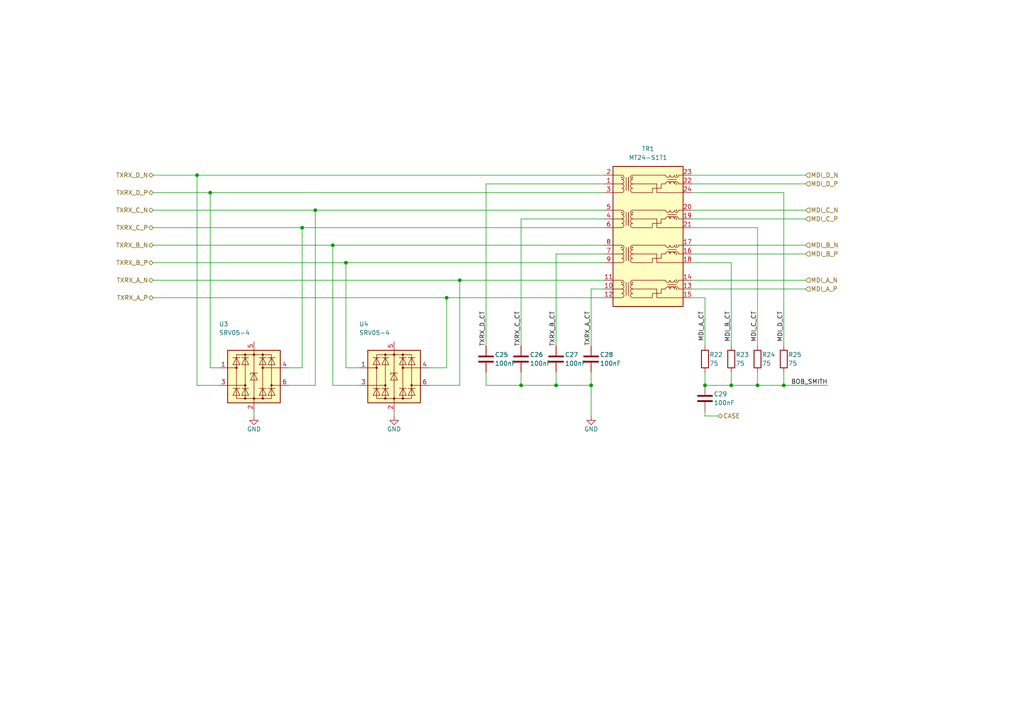
<source format=kicad_sch>
(kicad_sch (version 20211123) (generator eeschema)

  (uuid 450d1083-36e2-4781-a67e-e17dae8af616)

  (paper "A4")

  (lib_symbols
    (symbol "Device:C" (pin_numbers hide) (pin_names (offset 0.254)) (in_bom yes) (on_board yes)
      (property "Reference" "C" (id 0) (at 0.635 2.54 0)
        (effects (font (size 1.27 1.27)) (justify left))
      )
      (property "Value" "C" (id 1) (at 0.635 -2.54 0)
        (effects (font (size 1.27 1.27)) (justify left))
      )
      (property "Footprint" "" (id 2) (at 0.9652 -3.81 0)
        (effects (font (size 1.27 1.27)) hide)
      )
      (property "Datasheet" "~" (id 3) (at 0 0 0)
        (effects (font (size 1.27 1.27)) hide)
      )
      (property "ki_keywords" "cap capacitor" (id 4) (at 0 0 0)
        (effects (font (size 1.27 1.27)) hide)
      )
      (property "ki_description" "Unpolarized capacitor" (id 5) (at 0 0 0)
        (effects (font (size 1.27 1.27)) hide)
      )
      (property "ki_fp_filters" "C_*" (id 6) (at 0 0 0)
        (effects (font (size 1.27 1.27)) hide)
      )
      (symbol "C_0_1"
        (polyline
          (pts
            (xy -2.032 -0.762)
            (xy 2.032 -0.762)
          )
          (stroke (width 0.508) (type default) (color 0 0 0 0))
          (fill (type none))
        )
        (polyline
          (pts
            (xy -2.032 0.762)
            (xy 2.032 0.762)
          )
          (stroke (width 0.508) (type default) (color 0 0 0 0))
          (fill (type none))
        )
      )
      (symbol "C_1_1"
        (pin passive line (at 0 3.81 270) (length 2.794)
          (name "~" (effects (font (size 1.27 1.27))))
          (number "1" (effects (font (size 1.27 1.27))))
        )
        (pin passive line (at 0 -3.81 90) (length 2.794)
          (name "~" (effects (font (size 1.27 1.27))))
          (number "2" (effects (font (size 1.27 1.27))))
        )
      )
    )
    (symbol "Device:R" (pin_numbers hide) (pin_names (offset 0)) (in_bom yes) (on_board yes)
      (property "Reference" "R" (id 0) (at 2.032 0 90)
        (effects (font (size 1.27 1.27)))
      )
      (property "Value" "R" (id 1) (at 0 0 90)
        (effects (font (size 1.27 1.27)))
      )
      (property "Footprint" "" (id 2) (at -1.778 0 90)
        (effects (font (size 1.27 1.27)) hide)
      )
      (property "Datasheet" "~" (id 3) (at 0 0 0)
        (effects (font (size 1.27 1.27)) hide)
      )
      (property "ki_keywords" "R res resistor" (id 4) (at 0 0 0)
        (effects (font (size 1.27 1.27)) hide)
      )
      (property "ki_description" "Resistor" (id 5) (at 0 0 0)
        (effects (font (size 1.27 1.27)) hide)
      )
      (property "ki_fp_filters" "R_*" (id 6) (at 0 0 0)
        (effects (font (size 1.27 1.27)) hide)
      )
      (symbol "R_0_1"
        (rectangle (start -1.016 -2.54) (end 1.016 2.54)
          (stroke (width 0.254) (type default) (color 0 0 0 0))
          (fill (type none))
        )
      )
      (symbol "R_1_1"
        (pin passive line (at 0 3.81 270) (length 1.27)
          (name "~" (effects (font (size 1.27 1.27))))
          (number "1" (effects (font (size 1.27 1.27))))
        )
        (pin passive line (at 0 -3.81 90) (length 1.27)
          (name "~" (effects (font (size 1.27 1.27))))
          (number "2" (effects (font (size 1.27 1.27))))
        )
      )
    )
    (symbol "Power_Protection:USBLC6-4SC6" (pin_names hide) (in_bom yes) (on_board yes)
      (property "Reference" "U" (id 0) (at 2.54 8.89 0)
        (effects (font (size 1.27 1.27)) (justify left))
      )
      (property "Value" "USBLC6-4SC6" (id 1) (at 2.54 -8.89 0)
        (effects (font (size 1.27 1.27)) (justify left))
      )
      (property "Footprint" "Package_TO_SOT_SMD:SOT-23-6" (id 2) (at 0 -12.7 0)
        (effects (font (size 1.27 1.27)) hide)
      )
      (property "Datasheet" "https://www.st.com/resource/en/datasheet/usblc6-4.pdf" (id 3) (at 5.08 8.89 0)
        (effects (font (size 1.27 1.27)) hide)
      )
      (property "ki_keywords" "usb ethernet sim card video" (id 4) (at 0 0 0)
        (effects (font (size 1.27 1.27)) hide)
      )
      (property "ki_description" "Very low capacitance ESD protection diode, 4 data-line, SOT-23-6" (id 5) (at 0 0 0)
        (effects (font (size 1.27 1.27)) hide)
      )
      (property "ki_fp_filters" "SOT?23*" (id 6) (at 0 0 0)
        (effects (font (size 1.27 1.27)) hide)
      )
      (symbol "USBLC6-4SC6_0_1"
        (rectangle (start -7.62 -7.62) (end 7.62 7.62)
          (stroke (width 0.254) (type default) (color 0 0 0 0))
          (fill (type background))
        )
        (circle (center -5.08 2.54) (radius 0.254)
          (stroke (width 0) (type default) (color 0 0 0 0))
          (fill (type outline))
        )
        (circle (center -2.54 -6.35) (radius 0.254)
          (stroke (width 0) (type default) (color 0 0 0 0))
          (fill (type outline))
        )
        (circle (center -2.54 -2.54) (radius 0.254)
          (stroke (width 0) (type default) (color 0 0 0 0))
          (fill (type outline))
        )
        (circle (center -2.54 6.35) (radius 0.254)
          (stroke (width 0) (type default) (color 0 0 0 0))
          (fill (type outline))
        )
        (rectangle (start -2.54 6.35) (end 2.54 -6.35)
          (stroke (width 0) (type default) (color 0 0 0 0))
          (fill (type none))
        )
        (circle (center 0 -6.35) (radius 0.254)
          (stroke (width 0) (type default) (color 0 0 0 0))
          (fill (type outline))
        )
        (polyline
          (pts
            (xy -5.08 2.54)
            (xy -7.62 2.54)
          )
          (stroke (width 0) (type default) (color 0 0 0 0))
          (fill (type none))
        )
        (polyline
          (pts
            (xy -4.064 -3.429)
            (xy -6.096 -3.429)
          )
          (stroke (width 0) (type default) (color 0 0 0 0))
          (fill (type none))
        )
        (polyline
          (pts
            (xy -4.064 5.461)
            (xy -6.096 5.461)
          )
          (stroke (width 0) (type default) (color 0 0 0 0))
          (fill (type none))
        )
        (polyline
          (pts
            (xy -2.54 -2.54)
            (xy -7.62 -2.54)
          )
          (stroke (width 0) (type default) (color 0 0 0 0))
          (fill (type none))
        )
        (polyline
          (pts
            (xy -1.524 -3.429)
            (xy -3.556 -3.429)
          )
          (stroke (width 0) (type default) (color 0 0 0 0))
          (fill (type none))
        )
        (polyline
          (pts
            (xy -1.524 5.461)
            (xy -3.556 5.461)
          )
          (stroke (width 0) (type default) (color 0 0 0 0))
          (fill (type none))
        )
        (polyline
          (pts
            (xy 0 -7.62)
            (xy 0 -6.35)
          )
          (stroke (width 0) (type default) (color 0 0 0 0))
          (fill (type none))
        )
        (polyline
          (pts
            (xy 0 -6.35)
            (xy 0 1.27)
          )
          (stroke (width 0) (type default) (color 0 0 0 0))
          (fill (type none))
        )
        (polyline
          (pts
            (xy 0 1.27)
            (xy 0 6.35)
          )
          (stroke (width 0) (type default) (color 0 0 0 0))
          (fill (type none))
        )
        (polyline
          (pts
            (xy 0 6.35)
            (xy 0 7.62)
          )
          (stroke (width 0) (type default) (color 0 0 0 0))
          (fill (type none))
        )
        (polyline
          (pts
            (xy 1.524 -3.429)
            (xy 3.556 -3.429)
          )
          (stroke (width 0) (type default) (color 0 0 0 0))
          (fill (type none))
        )
        (polyline
          (pts
            (xy 1.524 5.461)
            (xy 3.556 5.461)
          )
          (stroke (width 0) (type default) (color 0 0 0 0))
          (fill (type none))
        )
        (polyline
          (pts
            (xy 2.54 2.54)
            (xy 7.62 2.54)
          )
          (stroke (width 0) (type default) (color 0 0 0 0))
          (fill (type none))
        )
        (polyline
          (pts
            (xy 4.064 -3.429)
            (xy 6.096 -3.429)
          )
          (stroke (width 0) (type default) (color 0 0 0 0))
          (fill (type none))
        )
        (polyline
          (pts
            (xy 4.064 5.461)
            (xy 6.096 5.461)
          )
          (stroke (width 0) (type default) (color 0 0 0 0))
          (fill (type none))
        )
        (polyline
          (pts
            (xy 5.08 -2.54)
            (xy 7.62 -2.54)
          )
          (stroke (width 0) (type default) (color 0 0 0 0))
          (fill (type none))
        )
        (polyline
          (pts
            (xy -6.096 -5.461)
            (xy -4.064 -5.461)
            (xy -5.08 -3.429)
            (xy -6.096 -5.461)
          )
          (stroke (width 0) (type default) (color 0 0 0 0))
          (fill (type none))
        )
        (polyline
          (pts
            (xy -6.096 3.429)
            (xy -4.064 3.429)
            (xy -5.08 5.461)
            (xy -6.096 3.429)
          )
          (stroke (width 0) (type default) (color 0 0 0 0))
          (fill (type none))
        )
        (polyline
          (pts
            (xy -3.556 -5.461)
            (xy -1.524 -5.461)
            (xy -2.54 -3.429)
            (xy -3.556 -5.461)
          )
          (stroke (width 0) (type default) (color 0 0 0 0))
          (fill (type none))
        )
        (polyline
          (pts
            (xy -3.556 3.429)
            (xy -1.524 3.429)
            (xy -2.54 5.461)
            (xy -3.556 3.429)
          )
          (stroke (width 0) (type default) (color 0 0 0 0))
          (fill (type none))
        )
        (polyline
          (pts
            (xy -2.54 6.35)
            (xy -5.08 6.35)
            (xy -5.08 -6.35)
            (xy -2.54 -6.35)
          )
          (stroke (width 0) (type default) (color 0 0 0 0))
          (fill (type none))
        )
        (polyline
          (pts
            (xy -1.016 -1.016)
            (xy 1.016 -1.016)
            (xy 0 1.016)
            (xy -1.016 -1.016)
          )
          (stroke (width 0) (type default) (color 0 0 0 0))
          (fill (type none))
        )
        (polyline
          (pts
            (xy 1.016 1.016)
            (xy 0.762 1.016)
            (xy -1.016 1.016)
            (xy -1.016 0.508)
          )
          (stroke (width 0) (type default) (color 0 0 0 0))
          (fill (type none))
        )
        (polyline
          (pts
            (xy 2.54 6.35)
            (xy 5.08 6.35)
            (xy 5.08 -6.35)
            (xy 2.54 -6.35)
          )
          (stroke (width 0) (type default) (color 0 0 0 0))
          (fill (type none))
        )
        (polyline
          (pts
            (xy 3.556 -5.461)
            (xy 1.524 -5.461)
            (xy 2.54 -3.429)
            (xy 3.556 -5.461)
          )
          (stroke (width 0) (type default) (color 0 0 0 0))
          (fill (type none))
        )
        (polyline
          (pts
            (xy 3.556 3.429)
            (xy 1.524 3.429)
            (xy 2.54 5.461)
            (xy 3.556 3.429)
          )
          (stroke (width 0) (type default) (color 0 0 0 0))
          (fill (type none))
        )
        (polyline
          (pts
            (xy 6.096 -5.461)
            (xy 4.064 -5.461)
            (xy 5.08 -3.429)
            (xy 6.096 -5.461)
          )
          (stroke (width 0) (type default) (color 0 0 0 0))
          (fill (type none))
        )
        (polyline
          (pts
            (xy 6.096 3.429)
            (xy 4.064 3.429)
            (xy 5.08 5.461)
            (xy 6.096 3.429)
          )
          (stroke (width 0) (type default) (color 0 0 0 0))
          (fill (type none))
        )
        (circle (center 0 6.35) (radius 0.254)
          (stroke (width 0) (type default) (color 0 0 0 0))
          (fill (type outline))
        )
        (circle (center 2.54 -6.35) (radius 0.254)
          (stroke (width 0) (type default) (color 0 0 0 0))
          (fill (type outline))
        )
        (circle (center 2.54 2.54) (radius 0.254)
          (stroke (width 0) (type default) (color 0 0 0 0))
          (fill (type outline))
        )
        (circle (center 2.54 6.35) (radius 0.254)
          (stroke (width 0) (type default) (color 0 0 0 0))
          (fill (type outline))
        )
        (circle (center 5.08 -2.54) (radius 0.254)
          (stroke (width 0) (type default) (color 0 0 0 0))
          (fill (type outline))
        )
      )
      (symbol "USBLC6-4SC6_1_1"
        (pin passive line (at -10.16 2.54 0) (length 2.54)
          (name "I/O1" (effects (font (size 1.27 1.27))))
          (number "1" (effects (font (size 1.27 1.27))))
        )
        (pin passive line (at 0 -10.16 90) (length 2.54)
          (name "GND" (effects (font (size 1.27 1.27))))
          (number "2" (effects (font (size 1.27 1.27))))
        )
        (pin passive line (at -10.16 -2.54 0) (length 2.54)
          (name "I/O2" (effects (font (size 1.27 1.27))))
          (number "3" (effects (font (size 1.27 1.27))))
        )
        (pin passive line (at 10.16 2.54 180) (length 2.54)
          (name "I/O3" (effects (font (size 1.27 1.27))))
          (number "4" (effects (font (size 1.27 1.27))))
        )
        (pin passive line (at 0 10.16 270) (length 2.54)
          (name "VBUS" (effects (font (size 1.27 1.27))))
          (number "5" (effects (font (size 1.27 1.27))))
        )
        (pin passive line (at 10.16 -2.54 180) (length 2.54)
          (name "I/O4" (effects (font (size 1.27 1.27))))
          (number "6" (effects (font (size 1.27 1.27))))
        )
      )
    )
    (symbol "Transformer:TG111-MSC13LF" (pin_names hide) (in_bom yes) (on_board yes)
      (property "Reference" "TR?" (id 0) (at 0 25.4 0)
        (effects (font (size 1.27 1.27)))
      )
      (property "Value" "TG111-MSC13LF" (id 1) (at 0 22.86 0)
        (effects (font (size 1.27 1.27)))
      )
      (property "Footprint" "Transformer_SMD:Transformer_Ethernet_HALO_TG111-MSC13" (id 2) (at 0 21.59 0)
        (effects (font (size 1.27 1.27)) hide)
      )
      (property "Datasheet" "https://www.haloelectronics.com/pdf/discrete-genesus.pdf" (id 3) (at -2.54 -24.13 0)
        (effects (font (size 1.27 1.27)) hide)
      )
      (property "ki_keywords" "Single Port Gigabit Ethernet Transformer" (id 4) (at 0 0 0)
        (effects (font (size 1.27 1.27)) hide)
      )
      (property "ki_description" "Single Port Gigabit Ethernet Transformers" (id 5) (at 0 0 0)
        (effects (font (size 1.27 1.27)) hide)
      )
      (property "ki_fp_filters" "Transformer*Ethernet*HALO*TG111*" (id 6) (at 0 0 0)
        (effects (font (size 1.27 1.27)) hide)
      )
      (symbol "TG111-MSC13LF_0_1"
        (polyline
          (pts
            (xy 10.16 -17.78)
            (xy 8.89 -17.78)
          )
          (stroke (width 0) (type default) (color 0 0 0 0))
          (fill (type none))
        )
        (polyline
          (pts
            (xy 10.16 -15.24)
            (xy 8.89 -15.24)
          )
          (stroke (width 0) (type default) (color 0 0 0 0))
          (fill (type none))
        )
        (polyline
          (pts
            (xy 10.16 -12.7)
            (xy 8.89 -12.7)
          )
          (stroke (width 0) (type default) (color 0 0 0 0))
          (fill (type none))
        )
        (polyline
          (pts
            (xy -2.54 -15.24)
            (xy -2.54 -12.7)
            (xy -10.16 -12.7)
          )
          (stroke (width 0) (type default) (color 0 0 0 0))
          (fill (type none))
        )
        (polyline
          (pts
            (xy -2.54 -5.08)
            (xy -2.54 -2.54)
            (xy -10.16 -2.54)
          )
          (stroke (width 0) (type default) (color 0 0 0 0))
          (fill (type none))
        )
        (polyline
          (pts
            (xy -2.54 5.08)
            (xy -2.54 7.62)
            (xy -10.16 7.62)
          )
          (stroke (width 0) (type default) (color 0 0 0 0))
          (fill (type none))
        )
        (polyline
          (pts
            (xy -2.54 15.24)
            (xy -2.54 17.78)
            (xy -10.16 17.78)
          )
          (stroke (width 0) (type default) (color 0 0 0 0))
          (fill (type none))
        )
        (polyline
          (pts
            (xy -1.27 -12.7)
            (xy -1.27 -13.97)
            (xy -3.81 -13.97)
            (xy -3.81 -15.24)
            (xy -5.08 -15.24)
          )
          (stroke (width 0) (type default) (color 0 0 0 0))
          (fill (type none))
        )
        (polyline
          (pts
            (xy -1.27 -2.54)
            (xy -1.27 -3.81)
            (xy -3.81 -3.81)
            (xy -3.81 -5.08)
            (xy -5.08 -5.08)
          )
          (stroke (width 0) (type default) (color 0 0 0 0))
          (fill (type none))
        )
        (polyline
          (pts
            (xy -1.27 7.62)
            (xy -1.27 6.35)
            (xy -3.81 6.35)
            (xy -3.81 5.08)
            (xy -5.08 5.08)
          )
          (stroke (width 0) (type default) (color 0 0 0 0))
          (fill (type none))
        )
        (polyline
          (pts
            (xy -1.27 17.78)
            (xy -1.27 16.51)
            (xy -3.81 16.51)
            (xy -3.81 15.24)
            (xy -5.08 15.24)
          )
          (stroke (width 0) (type default) (color 0 0 0 0))
          (fill (type none))
        )
        (rectangle (start 10.16 20.32) (end -10.16 -20.32)
          (stroke (width 0.254) (type default) (color 0 0 0 0))
          (fill (type background))
        )
        (pin passive line (at 12.7 -15.24 180) (length 2.54)
          (name "TCT1" (effects (font (size 1.27 1.27))))
          (number "1" (effects (font (size 1.27 1.27))))
        )
        (pin passive line (at 12.7 15.24 180) (length 2.54)
          (name "TCT4" (effects (font (size 1.27 1.27))))
          (number "10" (effects (font (size 1.27 1.27))))
        )
        (pin passive line (at 12.7 12.7 180) (length 2.54)
          (name "TD4+" (effects (font (size 1.27 1.27))))
          (number "11" (effects (font (size 1.27 1.27))))
        )
        (pin passive line (at 12.7 17.78 180) (length 2.54)
          (name "TD4-" (effects (font (size 1.27 1.27))))
          (number "12" (effects (font (size 1.27 1.27))))
        )
        (pin passive line (at -12.7 15.24 0) (length 2.54)
          (name "MX4-" (effects (font (size 1.27 1.27))))
          (number "13" (effects (font (size 1.27 1.27))))
        )
        (pin passive line (at -12.7 12.7 0) (length 2.54)
          (name "MX4+" (effects (font (size 1.27 1.27))))
          (number "14" (effects (font (size 1.27 1.27))))
        )
        (pin passive line (at -12.7 17.78 0) (length 2.54)
          (name "MCT4" (effects (font (size 1.27 1.27))))
          (number "15" (effects (font (size 1.27 1.27))))
        )
        (pin passive line (at -12.7 5.08 0) (length 2.54)
          (name "MTX3-" (effects (font (size 1.27 1.27))))
          (number "16" (effects (font (size 1.27 1.27))))
        )
        (pin passive line (at -12.7 2.54 0) (length 2.54)
          (name "MTX3+" (effects (font (size 1.27 1.27))))
          (number "17" (effects (font (size 1.27 1.27))))
        )
        (pin passive line (at -12.7 7.62 0) (length 2.54)
          (name "MCT3" (effects (font (size 1.27 1.27))))
          (number "18" (effects (font (size 1.27 1.27))))
        )
        (pin passive line (at -12.7 -5.08 0) (length 2.54)
          (name "MTX2-" (effects (font (size 1.27 1.27))))
          (number "19" (effects (font (size 1.27 1.27))))
        )
        (pin passive line (at 12.7 -17.78 180) (length 2.54)
          (name "TD1+" (effects (font (size 1.27 1.27))))
          (number "2" (effects (font (size 1.27 1.27))))
        )
        (pin passive line (at -12.7 -7.62 0) (length 2.54)
          (name "MTX2+" (effects (font (size 1.27 1.27))))
          (number "20" (effects (font (size 1.27 1.27))))
        )
        (pin passive line (at -12.7 -2.54 0) (length 2.54)
          (name "MCT2" (effects (font (size 1.27 1.27))))
          (number "21" (effects (font (size 1.27 1.27))))
        )
        (pin passive line (at -12.7 -15.24 0) (length 2.54)
          (name "MTX1-" (effects (font (size 1.27 1.27))))
          (number "22" (effects (font (size 1.27 1.27))))
        )
        (pin passive line (at -12.7 -17.78 0) (length 2.54)
          (name "MTX1+" (effects (font (size 1.27 1.27))))
          (number "23" (effects (font (size 1.27 1.27))))
        )
        (pin passive line (at -12.7 -12.7 0) (length 2.54)
          (name "MTC1" (effects (font (size 1.27 1.27))))
          (number "24" (effects (font (size 1.27 1.27))))
        )
        (pin passive line (at 12.7 -12.7 180) (length 2.54)
          (name "TD1-" (effects (font (size 1.27 1.27))))
          (number "3" (effects (font (size 1.27 1.27))))
        )
        (pin passive line (at 12.7 -5.08 180) (length 2.54)
          (name "TCT2" (effects (font (size 1.27 1.27))))
          (number "4" (effects (font (size 1.27 1.27))))
        )
        (pin passive line (at 12.7 -7.62 180) (length 2.54)
          (name "TD2+" (effects (font (size 1.27 1.27))))
          (number "5" (effects (font (size 1.27 1.27))))
        )
        (pin passive line (at 12.7 -2.54 180) (length 2.54)
          (name "TD2-" (effects (font (size 1.27 1.27))))
          (number "6" (effects (font (size 1.27 1.27))))
        )
        (pin passive line (at 12.7 5.08 180) (length 2.54)
          (name "TCT3" (effects (font (size 1.27 1.27))))
          (number "7" (effects (font (size 1.27 1.27))))
        )
        (pin passive line (at 12.7 2.54 180) (length 2.54)
          (name "TD3+" (effects (font (size 1.27 1.27))))
          (number "8" (effects (font (size 1.27 1.27))))
        )
        (pin passive line (at 12.7 7.62 180) (length 2.54)
          (name "TD3-" (effects (font (size 1.27 1.27))))
          (number "9" (effects (font (size 1.27 1.27))))
        )
      )
      (symbol "TG111-MSC13LF_1_1"
        (arc (start -8.89 -15.24) (mid -8.255 -15.875) (end -7.62 -15.24)
          (stroke (width 0) (type default) (color 0 0 0 0))
          (fill (type none))
        )
        (arc (start -8.89 -5.08) (mid -8.255 -5.715) (end -7.62 -5.08)
          (stroke (width 0) (type default) (color 0 0 0 0))
          (fill (type none))
        )
        (arc (start -8.89 5.08) (mid -8.255 4.445) (end -7.62 5.08)
          (stroke (width 0) (type default) (color 0 0 0 0))
          (fill (type none))
        )
        (arc (start -8.89 15.24) (mid -8.255 14.605) (end -7.62 15.24)
          (stroke (width 0) (type default) (color 0 0 0 0))
          (fill (type none))
        )
        (circle (center -8.255 -17.78) (radius 0.127)
          (stroke (width 0) (type default) (color 0 0 0 0))
          (fill (type none))
        )
        (circle (center -8.255 -15.24) (radius 0.127)
          (stroke (width 0) (type default) (color 0 0 0 0))
          (fill (type none))
        )
        (circle (center -8.255 -7.62) (radius 0.127)
          (stroke (width 0) (type default) (color 0 0 0 0))
          (fill (type none))
        )
        (circle (center -8.255 -5.08) (radius 0.127)
          (stroke (width 0) (type default) (color 0 0 0 0))
          (fill (type none))
        )
        (circle (center -8.255 2.54) (radius 0.127)
          (stroke (width 0) (type default) (color 0 0 0 0))
          (fill (type none))
        )
        (circle (center -8.255 5.08) (radius 0.127)
          (stroke (width 0) (type default) (color 0 0 0 0))
          (fill (type none))
        )
        (circle (center -8.255 12.7) (radius 0.127)
          (stroke (width 0) (type default) (color 0 0 0 0))
          (fill (type none))
        )
        (circle (center -8.255 15.24) (radius 0.127)
          (stroke (width 0) (type default) (color 0 0 0 0))
          (fill (type none))
        )
        (arc (start -7.62 -17.78) (mid -8.255 -17.145) (end -8.89 -17.78)
          (stroke (width 0) (type default) (color 0 0 0 0))
          (fill (type none))
        )
        (arc (start -7.62 -15.24) (mid -6.985 -15.875) (end -6.35 -15.24)
          (stroke (width 0) (type default) (color 0 0 0 0))
          (fill (type none))
        )
        (arc (start -7.62 -7.62) (mid -8.255 -6.985) (end -8.89 -7.62)
          (stroke (width 0) (type default) (color 0 0 0 0))
          (fill (type none))
        )
        (arc (start -7.62 -5.08) (mid -6.985 -5.715) (end -6.35 -5.08)
          (stroke (width 0) (type default) (color 0 0 0 0))
          (fill (type none))
        )
        (arc (start -7.62 2.54) (mid -8.255 3.175) (end -8.89 2.54)
          (stroke (width 0) (type default) (color 0 0 0 0))
          (fill (type none))
        )
        (arc (start -7.62 5.08) (mid -6.985 4.445) (end -6.35 5.08)
          (stroke (width 0) (type default) (color 0 0 0 0))
          (fill (type none))
        )
        (arc (start -7.62 12.7) (mid -8.255 13.335) (end -8.89 12.7)
          (stroke (width 0) (type default) (color 0 0 0 0))
          (fill (type none))
        )
        (arc (start -7.62 15.24) (mid -6.985 14.605) (end -6.35 15.24)
          (stroke (width 0) (type default) (color 0 0 0 0))
          (fill (type none))
        )
        (arc (start -6.35 -17.78) (mid -6.985 -17.145) (end -7.62 -17.78)
          (stroke (width 0) (type default) (color 0 0 0 0))
          (fill (type none))
        )
        (arc (start -6.35 -15.24) (mid -5.715 -15.875) (end -5.08 -15.24)
          (stroke (width 0) (type default) (color 0 0 0 0))
          (fill (type none))
        )
        (arc (start -6.35 -7.62) (mid -6.985 -6.985) (end -7.62 -7.62)
          (stroke (width 0) (type default) (color 0 0 0 0))
          (fill (type none))
        )
        (arc (start -6.35 -5.08) (mid -5.715 -5.715) (end -5.08 -5.08)
          (stroke (width 0) (type default) (color 0 0 0 0))
          (fill (type none))
        )
        (arc (start -6.35 2.54) (mid -6.985 3.175) (end -7.62 2.54)
          (stroke (width 0) (type default) (color 0 0 0 0))
          (fill (type none))
        )
        (arc (start -6.35 5.08) (mid -5.715 4.445) (end -5.08 5.08)
          (stroke (width 0) (type default) (color 0 0 0 0))
          (fill (type none))
        )
        (arc (start -6.35 12.7) (mid -6.985 13.335) (end -7.62 12.7)
          (stroke (width 0) (type default) (color 0 0 0 0))
          (fill (type none))
        )
        (arc (start -6.35 15.24) (mid -5.715 14.605) (end -5.08 15.24)
          (stroke (width 0) (type default) (color 0 0 0 0))
          (fill (type none))
        )
        (arc (start -5.08 -17.78) (mid -5.715 -17.145) (end -6.35 -17.78)
          (stroke (width 0) (type default) (color 0 0 0 0))
          (fill (type none))
        )
        (arc (start -5.08 -7.62) (mid -5.715 -6.985) (end -6.35 -7.62)
          (stroke (width 0) (type default) (color 0 0 0 0))
          (fill (type none))
        )
        (arc (start -5.08 2.54) (mid -5.715 3.175) (end -6.35 2.54)
          (stroke (width 0) (type default) (color 0 0 0 0))
          (fill (type none))
        )
        (arc (start -5.08 12.7) (mid -5.715 13.335) (end -6.35 12.7)
          (stroke (width 0) (type default) (color 0 0 0 0))
          (fill (type none))
        )
        (polyline
          (pts
            (xy -10.16 -17.78)
            (xy -8.89 -17.78)
          )
          (stroke (width 0) (type default) (color 0 0 0 0))
          (fill (type none))
        )
        (polyline
          (pts
            (xy -10.16 -15.24)
            (xy -8.89 -15.24)
          )
          (stroke (width 0) (type default) (color 0 0 0 0))
          (fill (type none))
        )
        (polyline
          (pts
            (xy -10.16 -7.62)
            (xy -8.89 -7.62)
          )
          (stroke (width 0) (type default) (color 0 0 0 0))
          (fill (type none))
        )
        (polyline
          (pts
            (xy -10.16 -5.08)
            (xy -8.89 -5.08)
          )
          (stroke (width 0) (type default) (color 0 0 0 0))
          (fill (type none))
        )
        (polyline
          (pts
            (xy -10.16 2.54)
            (xy -8.89 2.54)
          )
          (stroke (width 0) (type default) (color 0 0 0 0))
          (fill (type none))
        )
        (polyline
          (pts
            (xy -10.16 5.08)
            (xy -8.89 5.08)
          )
          (stroke (width 0) (type default) (color 0 0 0 0))
          (fill (type none))
        )
        (polyline
          (pts
            (xy -10.16 12.7)
            (xy -8.89 12.7)
          )
          (stroke (width 0) (type default) (color 0 0 0 0))
          (fill (type none))
        )
        (polyline
          (pts
            (xy -10.16 15.24)
            (xy -8.89 15.24)
          )
          (stroke (width 0) (type default) (color 0 0 0 0))
          (fill (type none))
        )
        (polyline
          (pts
            (xy -8.255 -16.51)
            (xy -5.715 -16.51)
          )
          (stroke (width 0) (type default) (color 0 0 0 0))
          (fill (type none))
        )
        (polyline
          (pts
            (xy -8.255 -15.875)
            (xy -5.715 -15.875)
          )
          (stroke (width 0) (type default) (color 0 0 0 0))
          (fill (type none))
        )
        (polyline
          (pts
            (xy -8.255 -6.35)
            (xy -5.715 -6.35)
          )
          (stroke (width 0) (type default) (color 0 0 0 0))
          (fill (type none))
        )
        (polyline
          (pts
            (xy -8.255 -5.715)
            (xy -5.715 -5.715)
          )
          (stroke (width 0) (type default) (color 0 0 0 0))
          (fill (type none))
        )
        (polyline
          (pts
            (xy -8.255 3.81)
            (xy -5.715 3.81)
          )
          (stroke (width 0) (type default) (color 0 0 0 0))
          (fill (type none))
        )
        (polyline
          (pts
            (xy -8.255 4.445)
            (xy -5.715 4.445)
          )
          (stroke (width 0) (type default) (color 0 0 0 0))
          (fill (type none))
        )
        (polyline
          (pts
            (xy -8.255 13.97)
            (xy -5.715 13.97)
          )
          (stroke (width 0) (type default) (color 0 0 0 0))
          (fill (type none))
        )
        (polyline
          (pts
            (xy -8.255 14.605)
            (xy -5.715 14.605)
          )
          (stroke (width 0) (type default) (color 0 0 0 0))
          (fill (type none))
        )
        (polyline
          (pts
            (xy -5.08 -17.78)
            (xy 4.445 -17.78)
          )
          (stroke (width 0) (type default) (color 0 0 0 0))
          (fill (type none))
        )
        (polyline
          (pts
            (xy -5.08 -7.62)
            (xy 4.445 -7.62)
          )
          (stroke (width 0) (type default) (color 0 0 0 0))
          (fill (type none))
        )
        (polyline
          (pts
            (xy -5.08 2.54)
            (xy 4.445 2.54)
          )
          (stroke (width 0) (type default) (color 0 0 0 0))
          (fill (type none))
        )
        (polyline
          (pts
            (xy -5.08 12.7)
            (xy 4.445 12.7)
          )
          (stroke (width 0) (type default) (color 0 0 0 0))
          (fill (type none))
        )
        (polyline
          (pts
            (xy -2.54 -15.24)
            (xy 4.445 -15.24)
          )
          (stroke (width 0) (type default) (color 0 0 0 0))
          (fill (type none))
        )
        (polyline
          (pts
            (xy -2.54 -5.08)
            (xy 4.445 -5.08)
          )
          (stroke (width 0) (type default) (color 0 0 0 0))
          (fill (type none))
        )
        (polyline
          (pts
            (xy -2.54 5.08)
            (xy 4.445 5.08)
          )
          (stroke (width 0) (type default) (color 0 0 0 0))
          (fill (type none))
        )
        (polyline
          (pts
            (xy -2.54 15.24)
            (xy 4.445 15.24)
          )
          (stroke (width 0) (type default) (color 0 0 0 0))
          (fill (type none))
        )
        (polyline
          (pts
            (xy -1.27 -12.7)
            (xy 4.445 -12.7)
          )
          (stroke (width 0) (type default) (color 0 0 0 0))
          (fill (type none))
        )
        (polyline
          (pts
            (xy -1.27 -2.54)
            (xy 4.445 -2.54)
          )
          (stroke (width 0) (type default) (color 0 0 0 0))
          (fill (type none))
        )
        (polyline
          (pts
            (xy -1.27 7.62)
            (xy 4.445 7.62)
          )
          (stroke (width 0) (type default) (color 0 0 0 0))
          (fill (type none))
        )
        (polyline
          (pts
            (xy -1.27 17.78)
            (xy 4.445 17.78)
          )
          (stroke (width 0) (type default) (color 0 0 0 0))
          (fill (type none))
        )
        (polyline
          (pts
            (xy 5.715 -13.335)
            (xy 5.715 -17.145)
          )
          (stroke (width 0) (type default) (color 0 0 0 0))
          (fill (type none))
        )
        (polyline
          (pts
            (xy 5.715 -13.335)
            (xy 5.715 -17.145)
          )
          (stroke (width 0) (type default) (color 0 0 0 0))
          (fill (type none))
        )
        (polyline
          (pts
            (xy 5.715 -3.175)
            (xy 5.715 -6.985)
          )
          (stroke (width 0) (type default) (color 0 0 0 0))
          (fill (type none))
        )
        (polyline
          (pts
            (xy 5.715 -3.175)
            (xy 5.715 -6.985)
          )
          (stroke (width 0) (type default) (color 0 0 0 0))
          (fill (type none))
        )
        (polyline
          (pts
            (xy 5.715 6.985)
            (xy 5.715 3.175)
          )
          (stroke (width 0) (type default) (color 0 0 0 0))
          (fill (type none))
        )
        (polyline
          (pts
            (xy 5.715 6.985)
            (xy 5.715 3.175)
          )
          (stroke (width 0) (type default) (color 0 0 0 0))
          (fill (type none))
        )
        (polyline
          (pts
            (xy 5.715 17.145)
            (xy 5.715 13.335)
          )
          (stroke (width 0) (type default) (color 0 0 0 0))
          (fill (type none))
        )
        (polyline
          (pts
            (xy 6.35 -13.335)
            (xy 6.35 -17.145)
          )
          (stroke (width 0) (type default) (color 0 0 0 0))
          (fill (type none))
        )
        (polyline
          (pts
            (xy 6.35 -3.175)
            (xy 6.35 -6.985)
          )
          (stroke (width 0) (type default) (color 0 0 0 0))
          (fill (type none))
        )
        (polyline
          (pts
            (xy 6.35 6.985)
            (xy 6.35 3.175)
          )
          (stroke (width 0) (type default) (color 0 0 0 0))
          (fill (type none))
        )
        (polyline
          (pts
            (xy 6.35 17.145)
            (xy 6.35 13.335)
          )
          (stroke (width 0) (type default) (color 0 0 0 0))
          (fill (type none))
        )
        (polyline
          (pts
            (xy 8.89 -17.78)
            (xy 7.62 -17.78)
          )
          (stroke (width 0) (type default) (color 0 0 0 0))
          (fill (type none))
        )
        (polyline
          (pts
            (xy 8.89 -15.24)
            (xy 7.62 -15.24)
          )
          (stroke (width 0) (type default) (color 0 0 0 0))
          (fill (type none))
        )
        (polyline
          (pts
            (xy 8.89 -12.7)
            (xy 7.62 -12.7)
          )
          (stroke (width 0) (type default) (color 0 0 0 0))
          (fill (type none))
        )
        (polyline
          (pts
            (xy 8.89 -7.62)
            (xy 7.62 -7.62)
          )
          (stroke (width 0) (type default) (color 0 0 0 0))
          (fill (type none))
        )
        (polyline
          (pts
            (xy 8.89 -5.08)
            (xy 7.62 -5.08)
          )
          (stroke (width 0) (type default) (color 0 0 0 0))
          (fill (type none))
        )
        (polyline
          (pts
            (xy 8.89 -2.54)
            (xy 7.62 -2.54)
          )
          (stroke (width 0) (type default) (color 0 0 0 0))
          (fill (type none))
        )
        (polyline
          (pts
            (xy 8.89 2.54)
            (xy 7.62 2.54)
          )
          (stroke (width 0) (type default) (color 0 0 0 0))
          (fill (type none))
        )
        (polyline
          (pts
            (xy 8.89 5.08)
            (xy 7.62 5.08)
          )
          (stroke (width 0) (type default) (color 0 0 0 0))
          (fill (type none))
        )
        (polyline
          (pts
            (xy 8.89 7.62)
            (xy 7.62 7.62)
          )
          (stroke (width 0) (type default) (color 0 0 0 0))
          (fill (type none))
        )
        (polyline
          (pts
            (xy 8.89 12.7)
            (xy 7.62 12.7)
          )
          (stroke (width 0) (type default) (color 0 0 0 0))
          (fill (type none))
        )
        (polyline
          (pts
            (xy 8.89 15.24)
            (xy 7.62 15.24)
          )
          (stroke (width 0) (type default) (color 0 0 0 0))
          (fill (type none))
        )
        (polyline
          (pts
            (xy 8.89 17.78)
            (xy 7.62 17.78)
          )
          (stroke (width 0) (type default) (color 0 0 0 0))
          (fill (type none))
        )
        (polyline
          (pts
            (xy 10.16 -7.62)
            (xy 8.89 -7.62)
          )
          (stroke (width 0) (type default) (color 0 0 0 0))
          (fill (type none))
        )
        (polyline
          (pts
            (xy 10.16 -5.08)
            (xy 8.89 -5.08)
          )
          (stroke (width 0) (type default) (color 0 0 0 0))
          (fill (type none))
        )
        (polyline
          (pts
            (xy 10.16 -2.54)
            (xy 8.89 -2.54)
          )
          (stroke (width 0) (type default) (color 0 0 0 0))
          (fill (type none))
        )
        (polyline
          (pts
            (xy 10.16 2.54)
            (xy 8.89 2.54)
          )
          (stroke (width 0) (type default) (color 0 0 0 0))
          (fill (type none))
        )
        (polyline
          (pts
            (xy 10.16 5.08)
            (xy 8.89 5.08)
          )
          (stroke (width 0) (type default) (color 0 0 0 0))
          (fill (type none))
        )
        (polyline
          (pts
            (xy 10.16 7.62)
            (xy 8.89 7.62)
          )
          (stroke (width 0) (type default) (color 0 0 0 0))
          (fill (type none))
        )
        (polyline
          (pts
            (xy 10.16 12.7)
            (xy 8.89 12.7)
          )
          (stroke (width 0) (type default) (color 0 0 0 0))
          (fill (type none))
        )
        (polyline
          (pts
            (xy 10.16 15.24)
            (xy 8.89 15.24)
          )
          (stroke (width 0) (type default) (color 0 0 0 0))
          (fill (type none))
        )
        (polyline
          (pts
            (xy 10.16 17.78)
            (xy 8.89 17.78)
          )
          (stroke (width 0) (type default) (color 0 0 0 0))
          (fill (type none))
        )
        (arc (start 4.445 -17.78) (mid 5.08 -17.145) (end 4.445 -16.51)
          (stroke (width 0) (type default) (color 0 0 0 0))
          (fill (type none))
        )
        (arc (start 4.445 -16.51) (mid 5.08 -15.875) (end 4.445 -15.24)
          (stroke (width 0) (type default) (color 0 0 0 0))
          (fill (type none))
        )
        (arc (start 4.445 -15.24) (mid 5.08 -14.605) (end 4.445 -13.97)
          (stroke (width 0) (type default) (color 0 0 0 0))
          (fill (type none))
        )
        (arc (start 4.445 -13.97) (mid 5.08 -13.335) (end 4.445 -12.7)
          (stroke (width 0) (type default) (color 0 0 0 0))
          (fill (type none))
        )
        (arc (start 4.445 -7.62) (mid 5.08 -6.985) (end 4.445 -6.35)
          (stroke (width 0) (type default) (color 0 0 0 0))
          (fill (type none))
        )
        (arc (start 4.445 -6.35) (mid 5.08 -5.715) (end 4.445 -5.08)
          (stroke (width 0) (type default) (color 0 0 0 0))
          (fill (type none))
        )
        (arc (start 4.445 -5.08) (mid 5.08 -4.445) (end 4.445 -3.81)
          (stroke (width 0) (type default) (color 0 0 0 0))
          (fill (type none))
        )
        (arc (start 4.445 -3.81) (mid 5.08 -3.175) (end 4.445 -2.54)
          (stroke (width 0) (type default) (color 0 0 0 0))
          (fill (type none))
        )
        (arc (start 4.445 2.54) (mid 5.08 3.175) (end 4.445 3.81)
          (stroke (width 0) (type default) (color 0 0 0 0))
          (fill (type none))
        )
        (arc (start 4.445 3.81) (mid 5.08 4.445) (end 4.445 5.08)
          (stroke (width 0) (type default) (color 0 0 0 0))
          (fill (type none))
        )
        (arc (start 4.445 5.08) (mid 5.08 5.715) (end 4.445 6.35)
          (stroke (width 0) (type default) (color 0 0 0 0))
          (fill (type none))
        )
        (arc (start 4.445 6.35) (mid 5.08 6.985) (end 4.445 7.62)
          (stroke (width 0) (type default) (color 0 0 0 0))
          (fill (type none))
        )
        (arc (start 4.445 12.7) (mid 5.08 13.335) (end 4.445 13.97)
          (stroke (width 0) (type default) (color 0 0 0 0))
          (fill (type none))
        )
        (arc (start 4.445 13.97) (mid 5.08 14.605) (end 4.445 15.24)
          (stroke (width 0) (type default) (color 0 0 0 0))
          (fill (type none))
        )
        (arc (start 4.445 15.24) (mid 5.08 15.875) (end 4.445 16.51)
          (stroke (width 0) (type default) (color 0 0 0 0))
          (fill (type none))
        )
        (arc (start 4.445 16.51) (mid 5.08 17.145) (end 4.445 17.78)
          (stroke (width 0) (type default) (color 0 0 0 0))
          (fill (type none))
        )
        (circle (center 4.572 -17.145) (radius 0.127)
          (stroke (width 0) (type default) (color 0 0 0 0))
          (fill (type none))
        )
        (circle (center 4.572 -6.985) (radius 0.127)
          (stroke (width 0) (type default) (color 0 0 0 0))
          (fill (type none))
        )
        (circle (center 4.572 3.175) (radius 0.127)
          (stroke (width 0) (type default) (color 0 0 0 0))
          (fill (type none))
        )
        (circle (center 4.572 13.335) (radius 0.127)
          (stroke (width 0) (type default) (color 0 0 0 0))
          (fill (type none))
        )
        (circle (center 7.62 -17.145) (radius 0.127)
          (stroke (width 0) (type default) (color 0 0 0 0))
          (fill (type none))
        )
        (arc (start 7.62 -16.51) (mid 6.985 -17.145) (end 7.62 -17.78)
          (stroke (width 0) (type default) (color 0 0 0 0))
          (fill (type none))
        )
        (arc (start 7.62 -15.24) (mid 6.985 -15.875) (end 7.62 -16.51)
          (stroke (width 0) (type default) (color 0 0 0 0))
          (fill (type none))
        )
        (arc (start 7.62 -13.97) (mid 6.985 -14.605) (end 7.62 -15.24)
          (stroke (width 0) (type default) (color 0 0 0 0))
          (fill (type none))
        )
        (arc (start 7.62 -12.7) (mid 6.985 -13.335) (end 7.62 -13.97)
          (stroke (width 0) (type default) (color 0 0 0 0))
          (fill (type none))
        )
        (circle (center 7.62 -6.985) (radius 0.127)
          (stroke (width 0) (type default) (color 0 0 0 0))
          (fill (type none))
        )
        (arc (start 7.62 -6.35) (mid 6.985 -6.985) (end 7.62 -7.62)
          (stroke (width 0) (type default) (color 0 0 0 0))
          (fill (type none))
        )
        (arc (start 7.62 -5.08) (mid 6.985 -5.715) (end 7.62 -6.35)
          (stroke (width 0) (type default) (color 0 0 0 0))
          (fill (type none))
        )
        (arc (start 7.62 -3.81) (mid 6.985 -4.445) (end 7.62 -5.08)
          (stroke (width 0) (type default) (color 0 0 0 0))
          (fill (type none))
        )
        (arc (start 7.62 -2.54) (mid 6.985 -3.175) (end 7.62 -3.81)
          (stroke (width 0) (type default) (color 0 0 0 0))
          (fill (type none))
        )
        (circle (center 7.62 3.175) (radius 0.127)
          (stroke (width 0) (type default) (color 0 0 0 0))
          (fill (type none))
        )
        (arc (start 7.62 3.81) (mid 6.985 3.175) (end 7.62 2.54)
          (stroke (width 0) (type default) (color 0 0 0 0))
          (fill (type none))
        )
        (arc (start 7.62 5.08) (mid 6.985 4.445) (end 7.62 3.81)
          (stroke (width 0) (type default) (color 0 0 0 0))
          (fill (type none))
        )
        (arc (start 7.62 6.35) (mid 6.985 5.715) (end 7.62 5.08)
          (stroke (width 0) (type default) (color 0 0 0 0))
          (fill (type none))
        )
        (arc (start 7.62 7.62) (mid 6.985 6.985) (end 7.62 6.35)
          (stroke (width 0) (type default) (color 0 0 0 0))
          (fill (type none))
        )
        (circle (center 7.62 13.335) (radius 0.127)
          (stroke (width 0) (type default) (color 0 0 0 0))
          (fill (type none))
        )
        (arc (start 7.62 13.97) (mid 6.985 13.335) (end 7.62 12.7)
          (stroke (width 0) (type default) (color 0 0 0 0))
          (fill (type none))
        )
        (arc (start 7.62 15.24) (mid 6.985 14.605) (end 7.62 13.97)
          (stroke (width 0) (type default) (color 0 0 0 0))
          (fill (type none))
        )
        (arc (start 7.62 16.51) (mid 6.985 15.875) (end 7.62 15.24)
          (stroke (width 0) (type default) (color 0 0 0 0))
          (fill (type none))
        )
        (arc (start 7.62 17.78) (mid 6.985 17.145) (end 7.62 16.51)
          (stroke (width 0) (type default) (color 0 0 0 0))
          (fill (type none))
        )
      )
    )
    (symbol "power:GND" (power) (pin_names (offset 0)) (in_bom yes) (on_board yes)
      (property "Reference" "#PWR" (id 0) (at 0 -6.35 0)
        (effects (font (size 1.27 1.27)) hide)
      )
      (property "Value" "GND" (id 1) (at 0 -3.81 0)
        (effects (font (size 1.27 1.27)))
      )
      (property "Footprint" "" (id 2) (at 0 0 0)
        (effects (font (size 1.27 1.27)) hide)
      )
      (property "Datasheet" "" (id 3) (at 0 0 0)
        (effects (font (size 1.27 1.27)) hide)
      )
      (property "ki_keywords" "power-flag" (id 4) (at 0 0 0)
        (effects (font (size 1.27 1.27)) hide)
      )
      (property "ki_description" "Power symbol creates a global label with name \"GND\" , ground" (id 5) (at 0 0 0)
        (effects (font (size 1.27 1.27)) hide)
      )
      (symbol "GND_0_1"
        (polyline
          (pts
            (xy 0 0)
            (xy 0 -1.27)
            (xy 1.27 -1.27)
            (xy 0 -2.54)
            (xy -1.27 -1.27)
            (xy 0 -1.27)
          )
          (stroke (width 0) (type default) (color 0 0 0 0))
          (fill (type none))
        )
      )
      (symbol "GND_1_1"
        (pin power_in line (at 0 0 270) (length 0) hide
          (name "GND" (effects (font (size 1.27 1.27))))
          (number "1" (effects (font (size 1.27 1.27))))
        )
      )
    )
  )

  (junction (at 171.45 111.76) (diameter 0) (color 0 0 0 0)
    (uuid 1e454466-d654-4609-bfed-62bf3cbf2371)
  )
  (junction (at 87.63 66.04) (diameter 0) (color 0 0 0 0)
    (uuid 42cb27c5-1554-47a7-900a-e869d8a9b91f)
  )
  (junction (at 100.33 76.2) (diameter 0) (color 0 0 0 0)
    (uuid 4850a5fe-e5e5-41c9-99fb-41d7111edcdc)
  )
  (junction (at 60.96 55.88) (diameter 0) (color 0 0 0 0)
    (uuid 62aaf667-73d9-4c4c-b04d-809a748d2482)
  )
  (junction (at 227.33 111.76) (diameter 0) (color 0 0 0 0)
    (uuid 673a6d98-0db3-42df-8aff-2f741dd2732b)
  )
  (junction (at 212.09 111.76) (diameter 0) (color 0 0 0 0)
    (uuid 8c10c8b9-7fcd-42ab-88de-befe92693879)
  )
  (junction (at 151.13 111.76) (diameter 0) (color 0 0 0 0)
    (uuid 9baae21e-5ae2-4335-ab95-08755f42ccab)
  )
  (junction (at 219.71 111.76) (diameter 0) (color 0 0 0 0)
    (uuid ae052271-5df3-4f85-82d3-3b5fb21bb835)
  )
  (junction (at 57.15 50.8) (diameter 0) (color 0 0 0 0)
    (uuid b6c6697a-f934-45b6-b34f-ee4615ad1062)
  )
  (junction (at 96.52 71.12) (diameter 0) (color 0 0 0 0)
    (uuid bfe9bb0a-9364-4042-ac3e-404f97cf1b7f)
  )
  (junction (at 133.35 81.28) (diameter 0) (color 0 0 0 0)
    (uuid d590abb4-f77d-40b8-aa63-0bdd3777e7a0)
  )
  (junction (at 204.47 111.76) (diameter 0) (color 0 0 0 0)
    (uuid d88efb4f-8308-49e6-9154-1da2ad8b0e37)
  )
  (junction (at 161.29 111.76) (diameter 0) (color 0 0 0 0)
    (uuid dc28e561-178a-4676-94b8-df72a2cb86a4)
  )
  (junction (at 91.44 60.96) (diameter 0) (color 0 0 0 0)
    (uuid f12fa974-a4c6-433d-9345-226ffc1709d0)
  )
  (junction (at 129.54 86.36) (diameter 0) (color 0 0 0 0)
    (uuid f57b2502-3095-4615-93d0-9eb65ce4050b)
  )

  (wire (pts (xy 151.13 107.95) (xy 151.13 111.76))
    (stroke (width 0) (type default) (color 0 0 0 0))
    (uuid 005ef881-3685-40e4-835d-ae2d4bc49ca0)
  )
  (wire (pts (xy 44.45 66.04) (xy 87.63 66.04))
    (stroke (width 0) (type default) (color 0 0 0 0))
    (uuid 04c6cfda-faf9-4216-bbb1-b68c0f920089)
  )
  (wire (pts (xy 204.47 86.36) (xy 200.66 86.36))
    (stroke (width 0) (type default) (color 0 0 0 0))
    (uuid 09000eaf-4fc7-40d8-ac41-34d7e0fb7155)
  )
  (wire (pts (xy 57.15 50.8) (xy 175.26 50.8))
    (stroke (width 0) (type default) (color 0 0 0 0))
    (uuid 0bc22d24-1e52-400d-abd9-0651050762f6)
  )
  (wire (pts (xy 200.66 71.12) (xy 233.68 71.12))
    (stroke (width 0) (type default) (color 0 0 0 0))
    (uuid 0c119631-2f10-4317-902f-a5139db7aa04)
  )
  (wire (pts (xy 171.45 107.95) (xy 171.45 111.76))
    (stroke (width 0) (type default) (color 0 0 0 0))
    (uuid 11f23e14-f9ea-4a44-9e67-8503292486bb)
  )
  (wire (pts (xy 129.54 86.36) (xy 129.54 106.68))
    (stroke (width 0) (type default) (color 0 0 0 0))
    (uuid 12d4184e-6f5c-4e68-96a5-01917663250a)
  )
  (wire (pts (xy 212.09 111.76) (xy 219.71 111.76))
    (stroke (width 0) (type default) (color 0 0 0 0))
    (uuid 12e7ff69-feab-4182-b274-be12ee0f9850)
  )
  (wire (pts (xy 200.66 83.82) (xy 233.68 83.82))
    (stroke (width 0) (type default) (color 0 0 0 0))
    (uuid 143b495f-b3e4-4e5f-82ad-8036305062c4)
  )
  (wire (pts (xy 73.66 119.38) (xy 73.66 120.65))
    (stroke (width 0) (type default) (color 0 0 0 0))
    (uuid 154c2443-ad2e-4264-aa26-7891ebde53b4)
  )
  (wire (pts (xy 124.46 111.76) (xy 133.35 111.76))
    (stroke (width 0) (type default) (color 0 0 0 0))
    (uuid 166344ad-b949-4eef-8763-12c8368d6c78)
  )
  (wire (pts (xy 204.47 111.76) (xy 212.09 111.76))
    (stroke (width 0) (type default) (color 0 0 0 0))
    (uuid 197ade9f-4abb-43e7-8a3c-c54baa07f544)
  )
  (wire (pts (xy 204.47 120.65) (xy 208.28 120.65))
    (stroke (width 0) (type default) (color 0 0 0 0))
    (uuid 19fcdf4e-f075-4720-bfee-120396289ca6)
  )
  (wire (pts (xy 44.45 60.96) (xy 91.44 60.96))
    (stroke (width 0) (type default) (color 0 0 0 0))
    (uuid 2701a260-d44c-40c0-aba2-0ffd7628fc27)
  )
  (wire (pts (xy 219.71 111.76) (xy 227.33 111.76))
    (stroke (width 0) (type default) (color 0 0 0 0))
    (uuid 2d8ec2bd-b273-4c41-af37-ca65f669ef8c)
  )
  (wire (pts (xy 171.45 100.33) (xy 171.45 83.82))
    (stroke (width 0) (type default) (color 0 0 0 0))
    (uuid 3052daf7-fb69-46cb-a322-28f7c1e59054)
  )
  (wire (pts (xy 219.71 100.33) (xy 219.71 66.04))
    (stroke (width 0) (type default) (color 0 0 0 0))
    (uuid 34855f22-bfbe-445f-a6e7-10056056a2b7)
  )
  (wire (pts (xy 124.46 106.68) (xy 129.54 106.68))
    (stroke (width 0) (type default) (color 0 0 0 0))
    (uuid 371b4873-0e64-4299-bc9d-a9bcc4cde320)
  )
  (wire (pts (xy 140.97 107.95) (xy 140.97 111.76))
    (stroke (width 0) (type default) (color 0 0 0 0))
    (uuid 37a57bdc-fdb0-486c-9a29-d7df3dcd33ad)
  )
  (wire (pts (xy 200.66 60.96) (xy 233.68 60.96))
    (stroke (width 0) (type default) (color 0 0 0 0))
    (uuid 3b930678-19f7-4705-a1f5-8f3ec94f8367)
  )
  (wire (pts (xy 60.96 106.68) (xy 60.96 55.88))
    (stroke (width 0) (type default) (color 0 0 0 0))
    (uuid 3fadb490-6e51-441e-a072-bb55cca25448)
  )
  (wire (pts (xy 140.97 111.76) (xy 151.13 111.76))
    (stroke (width 0) (type default) (color 0 0 0 0))
    (uuid 3feed3cc-9200-4cf0-8308-e16098d165b0)
  )
  (wire (pts (xy 212.09 107.95) (xy 212.09 111.76))
    (stroke (width 0) (type default) (color 0 0 0 0))
    (uuid 459ba456-2e94-4d27-87fb-131ca5bd29ed)
  )
  (wire (pts (xy 96.52 111.76) (xy 96.52 71.12))
    (stroke (width 0) (type default) (color 0 0 0 0))
    (uuid 4745e276-50ad-40cf-8271-03530d4b3814)
  )
  (wire (pts (xy 161.29 100.33) (xy 161.29 73.66))
    (stroke (width 0) (type default) (color 0 0 0 0))
    (uuid 53106daa-d994-4337-bb1b-381cfc6bb567)
  )
  (wire (pts (xy 83.82 111.76) (xy 91.44 111.76))
    (stroke (width 0) (type default) (color 0 0 0 0))
    (uuid 5805cd58-0ab7-4c05-8481-5706fc0ee4b5)
  )
  (wire (pts (xy 227.33 111.76) (xy 227.33 107.95))
    (stroke (width 0) (type default) (color 0 0 0 0))
    (uuid 5f2460ac-47c2-4839-b209-4cddf65b1361)
  )
  (wire (pts (xy 63.5 106.68) (xy 60.96 106.68))
    (stroke (width 0) (type default) (color 0 0 0 0))
    (uuid 5fd4aa6c-9441-46d8-9ca9-5f2d82496cc7)
  )
  (wire (pts (xy 140.97 53.34) (xy 175.26 53.34))
    (stroke (width 0) (type default) (color 0 0 0 0))
    (uuid 625fa2f3-90b0-4515-be34-11278e2c838e)
  )
  (wire (pts (xy 57.15 50.8) (xy 57.15 111.76))
    (stroke (width 0) (type default) (color 0 0 0 0))
    (uuid 66196546-f0b6-4553-bb8c-3b74a2b56286)
  )
  (wire (pts (xy 161.29 107.95) (xy 161.29 111.76))
    (stroke (width 0) (type default) (color 0 0 0 0))
    (uuid 6ebf901f-7f0c-4ac2-a7c1-f649cf46efac)
  )
  (wire (pts (xy 83.82 106.68) (xy 87.63 106.68))
    (stroke (width 0) (type default) (color 0 0 0 0))
    (uuid 74c93b81-b1ab-49c3-96a0-8ad14b153a2a)
  )
  (wire (pts (xy 133.35 81.28) (xy 133.35 111.76))
    (stroke (width 0) (type default) (color 0 0 0 0))
    (uuid 75fa42c8-8c75-4518-ac32-59661703120a)
  )
  (wire (pts (xy 151.13 100.33) (xy 151.13 63.5))
    (stroke (width 0) (type default) (color 0 0 0 0))
    (uuid 76c67fed-3de1-40a9-a5fe-f51662191a25)
  )
  (wire (pts (xy 219.71 107.95) (xy 219.71 111.76))
    (stroke (width 0) (type default) (color 0 0 0 0))
    (uuid 785eb467-bd31-4b68-b366-cc5f88495dd7)
  )
  (wire (pts (xy 100.33 76.2) (xy 100.33 106.68))
    (stroke (width 0) (type default) (color 0 0 0 0))
    (uuid 7883a04c-a657-46b1-a1d5-23d672b62367)
  )
  (wire (pts (xy 161.29 111.76) (xy 151.13 111.76))
    (stroke (width 0) (type default) (color 0 0 0 0))
    (uuid 8264fa40-29af-4b28-a454-14369b226d5d)
  )
  (wire (pts (xy 219.71 66.04) (xy 200.66 66.04))
    (stroke (width 0) (type default) (color 0 0 0 0))
    (uuid 8510de21-5939-4926-9b10-b466af3eda2a)
  )
  (wire (pts (xy 204.47 119.38) (xy 204.47 120.65))
    (stroke (width 0) (type default) (color 0 0 0 0))
    (uuid 8604c091-a26f-4c8a-888f-3ebfa3fb6db5)
  )
  (wire (pts (xy 212.09 100.33) (xy 212.09 76.2))
    (stroke (width 0) (type default) (color 0 0 0 0))
    (uuid 8638e09e-f91e-4f44-bf6f-6106c18719d7)
  )
  (wire (pts (xy 96.52 71.12) (xy 175.26 71.12))
    (stroke (width 0) (type default) (color 0 0 0 0))
    (uuid 876753f5-3cbd-4a90-8b71-00e08555a1df)
  )
  (wire (pts (xy 87.63 66.04) (xy 175.26 66.04))
    (stroke (width 0) (type default) (color 0 0 0 0))
    (uuid 893884a5-ea47-4627-a83a-f7a57e4e791b)
  )
  (wire (pts (xy 104.14 106.68) (xy 100.33 106.68))
    (stroke (width 0) (type default) (color 0 0 0 0))
    (uuid 8db423dd-b2e8-4620-8d54-7a4085b3a210)
  )
  (wire (pts (xy 227.33 111.76) (xy 240.03 111.76))
    (stroke (width 0) (type default) (color 0 0 0 0))
    (uuid 8f8383c9-1754-42af-8a82-422a9c890c10)
  )
  (wire (pts (xy 227.33 55.88) (xy 200.66 55.88))
    (stroke (width 0) (type default) (color 0 0 0 0))
    (uuid 9726870c-dbec-4efd-bdfe-732ab4c3d5e1)
  )
  (wire (pts (xy 171.45 111.76) (xy 171.45 120.65))
    (stroke (width 0) (type default) (color 0 0 0 0))
    (uuid 98825bd2-7368-4e0d-93ff-ab00491623ed)
  )
  (wire (pts (xy 200.66 73.66) (xy 233.68 73.66))
    (stroke (width 0) (type default) (color 0 0 0 0))
    (uuid a101fd62-6ae4-41dd-91e6-aa5095ef2017)
  )
  (wire (pts (xy 44.45 81.28) (xy 133.35 81.28))
    (stroke (width 0) (type default) (color 0 0 0 0))
    (uuid a2cc6848-1a5d-4988-bdb4-293d6c7fc772)
  )
  (wire (pts (xy 200.66 53.34) (xy 233.68 53.34))
    (stroke (width 0) (type default) (color 0 0 0 0))
    (uuid a816649f-c849-4d38-a32e-0cf254c6a7f8)
  )
  (wire (pts (xy 212.09 76.2) (xy 200.66 76.2))
    (stroke (width 0) (type default) (color 0 0 0 0))
    (uuid a8d95e60-db32-4717-815a-0008d134a0e5)
  )
  (wire (pts (xy 204.47 107.95) (xy 204.47 111.76))
    (stroke (width 0) (type default) (color 0 0 0 0))
    (uuid af326d4d-874e-4746-a391-53c34fc82b70)
  )
  (wire (pts (xy 91.44 60.96) (xy 91.44 111.76))
    (stroke (width 0) (type default) (color 0 0 0 0))
    (uuid b0c4829c-b9ca-439e-aca7-0677f65488a8)
  )
  (wire (pts (xy 104.14 111.76) (xy 96.52 111.76))
    (stroke (width 0) (type default) (color 0 0 0 0))
    (uuid b1b58d39-e5e7-4e59-b91c-73557a7c9463)
  )
  (wire (pts (xy 44.45 55.88) (xy 60.96 55.88))
    (stroke (width 0) (type default) (color 0 0 0 0))
    (uuid b2baf12e-2239-4dc8-8fb9-d99d09b84686)
  )
  (wire (pts (xy 171.45 83.82) (xy 175.26 83.82))
    (stroke (width 0) (type default) (color 0 0 0 0))
    (uuid b358a0e3-8347-45e2-a107-f0e2fee959e7)
  )
  (wire (pts (xy 63.5 111.76) (xy 57.15 111.76))
    (stroke (width 0) (type default) (color 0 0 0 0))
    (uuid b73abec0-db87-44ce-b729-ae7d91bfa38a)
  )
  (wire (pts (xy 60.96 55.88) (xy 175.26 55.88))
    (stroke (width 0) (type default) (color 0 0 0 0))
    (uuid c0b00dea-e3d1-4a1b-8391-c3ea9c912844)
  )
  (wire (pts (xy 200.66 63.5) (xy 233.68 63.5))
    (stroke (width 0) (type default) (color 0 0 0 0))
    (uuid c330cea6-3f2e-4a89-9a7a-6c739fdc810f)
  )
  (wire (pts (xy 114.3 119.38) (xy 114.3 120.65))
    (stroke (width 0) (type default) (color 0 0 0 0))
    (uuid c6935b1e-1ecc-46bc-bc11-4f2574665424)
  )
  (wire (pts (xy 133.35 81.28) (xy 175.26 81.28))
    (stroke (width 0) (type default) (color 0 0 0 0))
    (uuid c780c689-d668-4517-8612-80f2f103c78e)
  )
  (wire (pts (xy 91.44 60.96) (xy 175.26 60.96))
    (stroke (width 0) (type default) (color 0 0 0 0))
    (uuid c839bf02-72f3-4de7-b45e-4342a2d9a88a)
  )
  (wire (pts (xy 129.54 86.36) (xy 175.26 86.36))
    (stroke (width 0) (type default) (color 0 0 0 0))
    (uuid cc5ab02f-3d40-442e-ba68-98d0a51690e1)
  )
  (wire (pts (xy 44.45 50.8) (xy 57.15 50.8))
    (stroke (width 0) (type default) (color 0 0 0 0))
    (uuid d2b18f47-c9f5-48b0-9732-771a8e090e5e)
  )
  (wire (pts (xy 161.29 73.66) (xy 175.26 73.66))
    (stroke (width 0) (type default) (color 0 0 0 0))
    (uuid d2d1fd2f-b63d-4f24-90d1-41a54921c54f)
  )
  (wire (pts (xy 44.45 71.12) (xy 96.52 71.12))
    (stroke (width 0) (type default) (color 0 0 0 0))
    (uuid d823a3b5-07cf-4c5c-b785-f688bcbabaaf)
  )
  (wire (pts (xy 171.45 111.76) (xy 161.29 111.76))
    (stroke (width 0) (type default) (color 0 0 0 0))
    (uuid d9788a83-5e2f-45dc-8f36-1cc646d4a36b)
  )
  (wire (pts (xy 87.63 66.04) (xy 87.63 106.68))
    (stroke (width 0) (type default) (color 0 0 0 0))
    (uuid d9c58ccb-e432-45ac-8a69-6069c7b6b9d6)
  )
  (wire (pts (xy 44.45 86.36) (xy 129.54 86.36))
    (stroke (width 0) (type default) (color 0 0 0 0))
    (uuid e2d99a42-5f0b-43a5-9cf6-6ef2060aa4c9)
  )
  (wire (pts (xy 44.45 76.2) (xy 100.33 76.2))
    (stroke (width 0) (type default) (color 0 0 0 0))
    (uuid e7b78832-a4cc-4684-a0a7-9874ebe0bd68)
  )
  (wire (pts (xy 227.33 100.33) (xy 227.33 55.88))
    (stroke (width 0) (type default) (color 0 0 0 0))
    (uuid e9df4def-f6fa-4bd4-aad8-8283b2a92a12)
  )
  (wire (pts (xy 140.97 53.34) (xy 140.97 100.33))
    (stroke (width 0) (type default) (color 0 0 0 0))
    (uuid eef16267-d81c-44aa-9d6a-c21b15324a10)
  )
  (wire (pts (xy 204.47 100.33) (xy 204.47 86.36))
    (stroke (width 0) (type default) (color 0 0 0 0))
    (uuid f2d2a3db-31cd-4d3c-8816-173c58f438f4)
  )
  (wire (pts (xy 100.33 76.2) (xy 175.26 76.2))
    (stroke (width 0) (type default) (color 0 0 0 0))
    (uuid f57d4ab9-f5f8-401b-a738-244e5f45210c)
  )
  (wire (pts (xy 200.66 81.28) (xy 233.68 81.28))
    (stroke (width 0) (type default) (color 0 0 0 0))
    (uuid f5ffbd3a-4751-40bb-bddd-4dbbb8192fe0)
  )
  (wire (pts (xy 151.13 63.5) (xy 175.26 63.5))
    (stroke (width 0) (type default) (color 0 0 0 0))
    (uuid f7e6fc40-fa62-4765-9640-791f59c28836)
  )
  (wire (pts (xy 200.66 50.8) (xy 233.68 50.8))
    (stroke (width 0) (type default) (color 0 0 0 0))
    (uuid f9078fd5-f82d-4ad9-b722-2aecdbf59a78)
  )

  (label "TXRX_C_CT" (at 151.13 90.17 270)
    (effects (font (size 1.27 1.27)) (justify right bottom))
    (uuid 0cbab11c-e59d-405c-b31c-96e62dc4e238)
  )
  (label "MDI_A_CT" (at 204.47 90.17 270)
    (effects (font (size 1.27 1.27)) (justify right bottom))
    (uuid 4f48e6b7-63f8-4c5c-8f8c-2a5a55a7fb98)
  )
  (label "BOB_SMITH" (at 240.03 111.76 180)
    (effects (font (size 1.27 1.27)) (justify right bottom))
    (uuid 548975ab-7ca8-42bc-8d71-0865606b59d7)
  )
  (label "TXRX_D_CT" (at 140.97 90.17 270)
    (effects (font (size 1.27 1.27)) (justify right bottom))
    (uuid b9aabb0d-9531-42e4-a37e-5f7758f63c98)
  )
  (label "TXRX_A_CT" (at 171.45 90.17 270)
    (effects (font (size 1.27 1.27)) (justify right bottom))
    (uuid db3c6897-d3e5-454e-bd8f-f4e2c993779f)
  )
  (label "MDI_B_CT" (at 212.09 90.17 270)
    (effects (font (size 1.27 1.27)) (justify right bottom))
    (uuid e12dcb7c-fa73-4965-a4ec-4ba2a9fc8fce)
  )
  (label "MDI_D_CT" (at 227.33 90.17 270)
    (effects (font (size 1.27 1.27)) (justify right bottom))
    (uuid e1c5efdc-656c-4f60-b6f6-990fcaf09f80)
  )
  (label "TXRX_B_CT" (at 161.29 90.17 270)
    (effects (font (size 1.27 1.27)) (justify right bottom))
    (uuid e85517a0-99f3-431a-872a-4507e6d42449)
  )
  (label "MDI_C_CT" (at 219.71 90.17 270)
    (effects (font (size 1.27 1.27)) (justify right bottom))
    (uuid e9c7bdfa-8d0b-4ab2-af1d-7aba289c82db)
  )

  (hierarchical_label "TXRX_C_N" (shape bidirectional) (at 44.45 60.96 180)
    (effects (font (size 1.27 1.27)) (justify right))
    (uuid 03af6b27-bdac-47af-82f4-fdd04eed4f64)
  )
  (hierarchical_label "TXRX_D_N" (shape bidirectional) (at 44.45 50.8 180)
    (effects (font (size 1.27 1.27)) (justify right))
    (uuid 03c4a282-ce2d-49d6-88b5-12d8d243ba04)
  )
  (hierarchical_label "MDI_A_N" (shape input) (at 233.68 81.28 0)
    (effects (font (size 1.27 1.27)) (justify left))
    (uuid 15a7bd44-11b1-401a-9106-cf4ba1481be1)
  )
  (hierarchical_label "TXRX_B_P" (shape bidirectional) (at 44.45 76.2 180)
    (effects (font (size 1.27 1.27)) (justify right))
    (uuid 62904f0c-82f5-47e0-ae99-0dc42ab163f3)
  )
  (hierarchical_label "TXRX_C_P" (shape bidirectional) (at 44.45 66.04 180)
    (effects (font (size 1.27 1.27)) (justify right))
    (uuid 6a9697dc-e9fd-485f-8526-1192dd986e26)
  )
  (hierarchical_label "MDI_B_P" (shape input) (at 233.68 73.66 0)
    (effects (font (size 1.27 1.27)) (justify left))
    (uuid 9a2c168a-5dd7-488a-b7cb-bcc5c872dca6)
  )
  (hierarchical_label "TXRX_D_P" (shape bidirectional) (at 44.45 55.88 180)
    (effects (font (size 1.27 1.27)) (justify right))
    (uuid 9ba65c76-66ff-4e19-b6f2-7b68d99eba0d)
  )
  (hierarchical_label "CASE" (shape bidirectional) (at 208.28 120.65 0)
    (effects (font (size 1.27 1.27)) (justify left))
    (uuid a61723e0-cc81-459e-9fa4-a41bd9b89ed8)
  )
  (hierarchical_label "MDI_D_N" (shape input) (at 233.68 50.8 0)
    (effects (font (size 1.27 1.27)) (justify left))
    (uuid ab957bd9-72b6-495f-b65f-cd6856871791)
  )
  (hierarchical_label "MDI_A_P" (shape input) (at 233.68 83.82 0)
    (effects (font (size 1.27 1.27)) (justify left))
    (uuid ad2e6604-3b46-46fd-8029-2c0a96758b78)
  )
  (hierarchical_label "MDI_B_N" (shape input) (at 233.68 71.12 0)
    (effects (font (size 1.27 1.27)) (justify left))
    (uuid b815bfc0-e7a6-4e25-a2bd-76dd7d9112a1)
  )
  (hierarchical_label "TXRX_B_N" (shape bidirectional) (at 44.45 71.12 180)
    (effects (font (size 1.27 1.27)) (justify right))
    (uuid c531739f-79d9-491b-9d85-59ca602e58e7)
  )
  (hierarchical_label "MDI_D_P" (shape input) (at 233.68 53.34 0)
    (effects (font (size 1.27 1.27)) (justify left))
    (uuid cc75e363-b1bd-4ee4-938c-7a80a5a4b194)
  )
  (hierarchical_label "TXRX_A_N" (shape bidirectional) (at 44.45 81.28 180)
    (effects (font (size 1.27 1.27)) (justify right))
    (uuid cf400515-d0d6-4d57-88ba-570f81d51c0f)
  )
  (hierarchical_label "MDI_C_P" (shape input) (at 233.68 63.5 0)
    (effects (font (size 1.27 1.27)) (justify left))
    (uuid d8649287-05d1-4f0e-aeb8-7cd87f3f8565)
  )
  (hierarchical_label "MDI_C_N" (shape input) (at 233.68 60.96 0)
    (effects (font (size 1.27 1.27)) (justify left))
    (uuid f150dfac-d18b-47f9-a88c-4f22bacb7ebb)
  )
  (hierarchical_label "TXRX_A_P" (shape bidirectional) (at 44.45 86.36 180)
    (effects (font (size 1.27 1.27)) (justify right))
    (uuid fbdfe512-9ccf-4b28-b6a3-70bf9da8e991)
  )

  (symbol (lib_id "power:GND") (at 73.66 120.65 0) (unit 1)
    (in_bom yes) (on_board yes)
    (uuid 16fd09df-65f4-45ef-b2a7-7ee349452c67)
    (property "Reference" "#PWR0127" (id 0) (at 73.66 127 0)
      (effects (font (size 1.27 1.27)) hide)
    )
    (property "Value" "GND" (id 1) (at 73.66 124.46 0))
    (property "Footprint" "" (id 2) (at 73.66 120.65 0)
      (effects (font (size 1.27 1.27)) hide)
    )
    (property "Datasheet" "" (id 3) (at 73.66 120.65 0)
      (effects (font (size 1.27 1.27)) hide)
    )
    (pin "1" (uuid 2d0e3abd-45e0-4ebb-8f1f-96b28e736f3e))
  )

  (symbol (lib_id "Power_Protection:USBLC6-4SC6") (at 73.66 109.22 0) (unit 1)
    (in_bom yes) (on_board yes)
    (uuid 3905e982-8aa4-4767-b1b1-a5193b13fae5)
    (property "Reference" "U3" (id 0) (at 63.5 93.98 0)
      (effects (font (size 1.27 1.27)) (justify left))
    )
    (property "Value" "SRV05-4" (id 1) (at 63.5 96.52 0)
      (effects (font (size 1.27 1.27)) (justify left))
    )
    (property "Footprint" "Package_TO_SOT_SMD:SOT-23-6" (id 2) (at 73.66 121.92 0)
      (effects (font (size 1.27 1.27)) hide)
    )
    (property "Datasheet" "https://datasheet.lcsc.com/lcsc/1912111437_AnBon-SRV05-4_C397788.pdf" (id 3) (at 78.74 100.33 0)
      (effects (font (size 1.27 1.27)) hide)
    )
    (property "LCSC Part #" "C397788" (id 4) (at 73.66 109.22 0)
      (effects (font (size 1.27 1.27)) hide)
    )
    (property "MPN" "SRV05-4" (id 5) (at 73.66 109.22 0)
      (effects (font (size 1.27 1.27)) hide)
    )
    (pin "1" (uuid 04692e8f-1dfe-42d4-a51d-35f87fdc6ba8))
    (pin "2" (uuid 7d2a1c93-f901-40ee-ad18-e28ed4f59a33))
    (pin "3" (uuid 8dad01dd-f6d6-4895-bede-d26de8fe5f58))
    (pin "4" (uuid 2fe76064-9602-4510-ae1b-a4f8f168dfed))
    (pin "5" (uuid f7303fae-2cd2-4b71-8bef-f7f8bd1c5831))
    (pin "6" (uuid 737d858c-ef04-4506-a231-81cb161c6d92))
  )

  (symbol (lib_id "Device:R") (at 227.33 104.14 0) (unit 1)
    (in_bom yes) (on_board yes)
    (uuid 4b857199-7bde-44b3-83b6-a2a6b1f3e841)
    (property "Reference" "R25" (id 0) (at 228.6 102.87 0)
      (effects (font (size 1.27 1.27)) (justify left))
    )
    (property "Value" "75" (id 1) (at 228.6 105.41 0)
      (effects (font (size 1.27 1.27)) (justify left))
    )
    (property "Footprint" "Resistor_SMD:R_0402_1005Metric" (id 2) (at 225.552 104.14 90)
      (effects (font (size 1.27 1.27)) hide)
    )
    (property "Datasheet" "https://datasheet.lcsc.com/lcsc/2205311900_UNI-ROYAL-Uniroyal-Elec-0402WGF750JTCE_C25133.pdf" (id 3) (at 227.33 104.14 0)
      (effects (font (size 1.27 1.27)) hide)
    )
    (property "LCSC Part #" "C25133" (id 4) (at 227.33 104.14 0)
      (effects (font (size 1.27 1.27)) hide)
    )
    (property "MPN" "0402WGF750JTCE" (id 5) (at 227.33 104.14 0)
      (effects (font (size 1.27 1.27)) hide)
    )
    (pin "1" (uuid a43ff426-3cdc-4320-910d-f05d2163a8ef))
    (pin "2" (uuid 83bd0de4-0cb9-4bf0-86d8-4b799a452f60))
  )

  (symbol (lib_id "Device:C") (at 171.45 104.14 0) (unit 1)
    (in_bom yes) (on_board yes)
    (uuid 552b998b-4377-4fb5-84b3-67d089c7d064)
    (property "Reference" "C28" (id 0) (at 173.99 102.87 0)
      (effects (font (size 1.27 1.27)) (justify left))
    )
    (property "Value" "100nF" (id 1) (at 173.99 105.41 0)
      (effects (font (size 1.27 1.27)) (justify left))
    )
    (property "Footprint" "Capacitor_SMD:C_0402_1005Metric" (id 2) (at 172.4152 107.95 0)
      (effects (font (size 1.27 1.27)) hide)
    )
    (property "Datasheet" "https://datasheet.lcsc.com/lcsc/1810191222_Samsung-Electro-Mechanics-CL05B104KB54PNC_C307331.pdf" (id 3) (at 171.45 104.14 0)
      (effects (font (size 1.27 1.27)) hide)
    )
    (property "LCSC Part #" "C307331" (id 4) (at 171.45 104.14 0)
      (effects (font (size 1.27 1.27)) hide)
    )
    (property "MPN" "CL05B104KB54PNC" (id 5) (at 171.45 104.14 0)
      (effects (font (size 1.27 1.27)) hide)
    )
    (pin "1" (uuid f2ad3432-2923-49da-9d47-4d6c675e872d))
    (pin "2" (uuid fa8dfb56-1364-43b4-8989-df114f8c46a2))
  )

  (symbol (lib_id "Device:C") (at 151.13 104.14 0) (unit 1)
    (in_bom yes) (on_board yes)
    (uuid 564c9fda-8a68-49f6-84a2-115ba489a8a6)
    (property "Reference" "C26" (id 0) (at 153.67 102.87 0)
      (effects (font (size 1.27 1.27)) (justify left))
    )
    (property "Value" "100nF" (id 1) (at 153.67 105.41 0)
      (effects (font (size 1.27 1.27)) (justify left))
    )
    (property "Footprint" "Capacitor_SMD:C_0402_1005Metric" (id 2) (at 152.0952 107.95 0)
      (effects (font (size 1.27 1.27)) hide)
    )
    (property "Datasheet" "https://datasheet.lcsc.com/lcsc/1810191222_Samsung-Electro-Mechanics-CL05B104KB54PNC_C307331.pdf" (id 3) (at 151.13 104.14 0)
      (effects (font (size 1.27 1.27)) hide)
    )
    (property "LCSC Part #" "C307331" (id 4) (at 151.13 104.14 0)
      (effects (font (size 1.27 1.27)) hide)
    )
    (property "MPN" "CL05B104KB54PNC" (id 5) (at 151.13 104.14 0)
      (effects (font (size 1.27 1.27)) hide)
    )
    (pin "1" (uuid 34ba8006-68b8-4502-bdc2-eeba98e9abde))
    (pin "2" (uuid ccea639d-4a10-4ed0-abab-08a4c027c639))
  )

  (symbol (lib_id "Device:R") (at 212.09 104.14 0) (unit 1)
    (in_bom yes) (on_board yes)
    (uuid 9a44e56d-3464-406d-b71d-6a352cee11e7)
    (property "Reference" "R23" (id 0) (at 213.36 102.87 0)
      (effects (font (size 1.27 1.27)) (justify left))
    )
    (property "Value" "75" (id 1) (at 213.36 105.41 0)
      (effects (font (size 1.27 1.27)) (justify left))
    )
    (property "Footprint" "Resistor_SMD:R_0402_1005Metric" (id 2) (at 210.312 104.14 90)
      (effects (font (size 1.27 1.27)) hide)
    )
    (property "Datasheet" "https://datasheet.lcsc.com/lcsc/2205311900_UNI-ROYAL-Uniroyal-Elec-0402WGF750JTCE_C25133.pdf" (id 3) (at 212.09 104.14 0)
      (effects (font (size 1.27 1.27)) hide)
    )
    (property "LCSC Part #" "C25133" (id 4) (at 212.09 104.14 0)
      (effects (font (size 1.27 1.27)) hide)
    )
    (property "MPN" "0402WGF750JTCE" (id 5) (at 212.09 104.14 0)
      (effects (font (size 1.27 1.27)) hide)
    )
    (pin "1" (uuid b203ccea-c127-42b2-b65b-c1c54d9f06c3))
    (pin "2" (uuid 274fa139-0c46-49b2-a989-cdeaefa35c2c))
  )

  (symbol (lib_id "power:GND") (at 114.3 120.65 0) (unit 1)
    (in_bom yes) (on_board yes)
    (uuid a23b4a72-aa38-40ee-a1f4-8a4c589bec80)
    (property "Reference" "#PWR0128" (id 0) (at 114.3 127 0)
      (effects (font (size 1.27 1.27)) hide)
    )
    (property "Value" "GND" (id 1) (at 114.3 124.46 0))
    (property "Footprint" "" (id 2) (at 114.3 120.65 0)
      (effects (font (size 1.27 1.27)) hide)
    )
    (property "Datasheet" "" (id 3) (at 114.3 120.65 0)
      (effects (font (size 1.27 1.27)) hide)
    )
    (pin "1" (uuid 97a9a3cf-99a8-4996-9dbc-4f8b1ac8f0d0))
  )

  (symbol (lib_id "Power_Protection:USBLC6-4SC6") (at 114.3 109.22 0) (unit 1)
    (in_bom yes) (on_board yes)
    (uuid abbe5368-b87c-4e7d-9ed2-e98b5aab11d8)
    (property "Reference" "U4" (id 0) (at 104.14 93.98 0)
      (effects (font (size 1.27 1.27)) (justify left))
    )
    (property "Value" "SRV05-4" (id 1) (at 104.14 96.52 0)
      (effects (font (size 1.27 1.27)) (justify left))
    )
    (property "Footprint" "Package_TO_SOT_SMD:SOT-23-6" (id 2) (at 114.3 121.92 0)
      (effects (font (size 1.27 1.27)) hide)
    )
    (property "Datasheet" "https://datasheet.lcsc.com/lcsc/1912111437_AnBon-SRV05-4_C397788.pdf" (id 3) (at 119.38 100.33 0)
      (effects (font (size 1.27 1.27)) hide)
    )
    (property "LCSC Part #" "C397788" (id 4) (at 114.3 109.22 0)
      (effects (font (size 1.27 1.27)) hide)
    )
    (property "MPN" "SRV05-4" (id 5) (at 114.3 109.22 0)
      (effects (font (size 1.27 1.27)) hide)
    )
    (pin "1" (uuid 40e23bfd-f527-40d4-a9fe-dc072a511326))
    (pin "2" (uuid 603c746f-a01b-463f-a72f-109053dfc3b3))
    (pin "3" (uuid bc69d823-04a1-4ce5-88be-49aaba240ada))
    (pin "4" (uuid 6dcd3412-fad9-4785-a464-180e063ba0c1))
    (pin "5" (uuid 1de472a9-5e45-4b53-9e8a-a21c79f8e741))
    (pin "6" (uuid 3b82873c-bd6f-4184-9f1b-08a6d3e1191d))
  )

  (symbol (lib_id "Device:C") (at 204.47 115.57 0) (unit 1)
    (in_bom yes) (on_board yes)
    (uuid b5490bbb-7f9f-4d69-890c-aa41188a8ee5)
    (property "Reference" "C29" (id 0) (at 207.01 114.3 0)
      (effects (font (size 1.27 1.27)) (justify left))
    )
    (property "Value" "100nF" (id 1) (at 207.01 116.84 0)
      (effects (font (size 1.27 1.27)) (justify left))
    )
    (property "Footprint" "Capacitor_SMD:C_0402_1005Metric" (id 2) (at 205.4352 119.38 0)
      (effects (font (size 1.27 1.27)) hide)
    )
    (property "Datasheet" "https://datasheet.lcsc.com/lcsc/1810191222_Samsung-Electro-Mechanics-CL05B104KB54PNC_C307331.pdf" (id 3) (at 204.47 115.57 0)
      (effects (font (size 1.27 1.27)) hide)
    )
    (property "LCSC Part #" "C307331" (id 4) (at 204.47 115.57 0)
      (effects (font (size 1.27 1.27)) hide)
    )
    (property "MPN" "CL05B104KB54PNC" (id 5) (at 204.47 115.57 0)
      (effects (font (size 1.27 1.27)) hide)
    )
    (pin "1" (uuid 8f0ffab7-ddab-4d5d-9437-30e3f1806211))
    (pin "2" (uuid 45bfdeef-0d37-433d-b367-6f60a7063825))
  )

  (symbol (lib_id "Device:C") (at 161.29 104.14 0) (unit 1)
    (in_bom yes) (on_board yes)
    (uuid c6597535-f4f3-481a-8d8b-e9e1daf5d355)
    (property "Reference" "C27" (id 0) (at 163.83 102.87 0)
      (effects (font (size 1.27 1.27)) (justify left))
    )
    (property "Value" "100nF" (id 1) (at 163.83 105.41 0)
      (effects (font (size 1.27 1.27)) (justify left))
    )
    (property "Footprint" "Capacitor_SMD:C_0402_1005Metric" (id 2) (at 162.2552 107.95 0)
      (effects (font (size 1.27 1.27)) hide)
    )
    (property "Datasheet" "https://datasheet.lcsc.com/lcsc/1810191222_Samsung-Electro-Mechanics-CL05B104KB54PNC_C307331.pdf" (id 3) (at 161.29 104.14 0)
      (effects (font (size 1.27 1.27)) hide)
    )
    (property "LCSC Part #" "C307331" (id 4) (at 161.29 104.14 0)
      (effects (font (size 1.27 1.27)) hide)
    )
    (property "MPN" "CL05B104KB54PNC" (id 5) (at 161.29 104.14 0)
      (effects (font (size 1.27 1.27)) hide)
    )
    (pin "1" (uuid 5ac55809-ceda-4f10-a2cb-07ed041b07a4))
    (pin "2" (uuid b6091957-c25e-45d8-a581-d6e229f1ac8d))
  )

  (symbol (lib_id "Device:R") (at 204.47 104.14 0) (unit 1)
    (in_bom yes) (on_board yes)
    (uuid c8ffba55-984d-457e-85bc-17c749218b40)
    (property "Reference" "R22" (id 0) (at 205.74 102.87 0)
      (effects (font (size 1.27 1.27)) (justify left))
    )
    (property "Value" "75" (id 1) (at 205.74 105.41 0)
      (effects (font (size 1.27 1.27)) (justify left))
    )
    (property "Footprint" "Resistor_SMD:R_0402_1005Metric" (id 2) (at 202.692 104.14 90)
      (effects (font (size 1.27 1.27)) hide)
    )
    (property "Datasheet" "https://datasheet.lcsc.com/lcsc/2205311900_UNI-ROYAL-Uniroyal-Elec-0402WGF750JTCE_C25133.pdf" (id 3) (at 204.47 104.14 0)
      (effects (font (size 1.27 1.27)) hide)
    )
    (property "LCSC Part #" "C25133" (id 4) (at 204.47 104.14 0)
      (effects (font (size 1.27 1.27)) hide)
    )
    (property "MPN" "0402WGF750JTCE" (id 5) (at 204.47 104.14 0)
      (effects (font (size 1.27 1.27)) hide)
    )
    (pin "1" (uuid 614309fc-632f-4051-8da8-d6cf726c5b27))
    (pin "2" (uuid 3d4ba9b1-509d-42db-8a51-51932655f05d))
  )

  (symbol (lib_id "Device:C") (at 140.97 104.14 0) (unit 1)
    (in_bom yes) (on_board yes)
    (uuid ca35a276-b11f-49ce-9d84-0fdc51aa46ad)
    (property "Reference" "C25" (id 0) (at 143.51 102.87 0)
      (effects (font (size 1.27 1.27)) (justify left))
    )
    (property "Value" "100nF" (id 1) (at 143.51 105.41 0)
      (effects (font (size 1.27 1.27)) (justify left))
    )
    (property "Footprint" "Capacitor_SMD:C_0402_1005Metric" (id 2) (at 141.9352 107.95 0)
      (effects (font (size 1.27 1.27)) hide)
    )
    (property "Datasheet" "https://datasheet.lcsc.com/lcsc/1810191222_Samsung-Electro-Mechanics-CL05B104KB54PNC_C307331.pdf" (id 3) (at 140.97 104.14 0)
      (effects (font (size 1.27 1.27)) hide)
    )
    (property "LCSC Part #" "C307331" (id 4) (at 140.97 104.14 0)
      (effects (font (size 1.27 1.27)) hide)
    )
    (property "MPN" "CL05B104KB54PNC" (id 5) (at 140.97 104.14 0)
      (effects (font (size 1.27 1.27)) hide)
    )
    (pin "1" (uuid 2aa8ac05-30f0-4bdc-bf3d-2f608c2bfbd1))
    (pin "2" (uuid 903e11df-1164-4dbc-907c-aa673f862c95))
  )

  (symbol (lib_id "Transformer:TG111-MSC13LF") (at 187.96 68.58 180) (unit 1)
    (in_bom yes) (on_board yes) (fields_autoplaced)
    (uuid e78d840e-5266-4b95-9080-b0d1b7558597)
    (property "Reference" "TR1" (id 0) (at 187.96 43.18 0))
    (property "Value" "MT24-S1T1" (id 1) (at 187.96 45.72 0))
    (property "Footprint" "Transformer_SMD:Transformer_Ethernet_HALO_TG111-MSC13" (id 2) (at 187.96 90.17 0)
      (effects (font (size 1.27 1.27)) hide)
    )
    (property "Datasheet" "https://datasheet.lcsc.com/lcsc/2003281412_Heling-MT24-S1T1-transformer_C501477.pdf" (id 3) (at 190.5 44.45 0)
      (effects (font (size 1.27 1.27)) hide)
    )
    (property "LCSC Part #" "C501477" (id 4) (at 187.96 68.58 0)
      (effects (font (size 1.27 1.27)) hide)
    )
    (property "MPN" "MT24-S1T1" (id 5) (at 187.96 68.58 0)
      (effects (font (size 1.27 1.27)) hide)
    )
    (pin "1" (uuid e2ec6042-9b13-4e24-b9e8-e1058a5822b9))
    (pin "10" (uuid c8737983-1304-4e2e-befd-af1a77315651))
    (pin "11" (uuid a9c9eaf8-7dcd-44a9-8877-db67b004747c))
    (pin "12" (uuid 2141dcc6-6b92-4ec7-9122-c00f7b03ef71))
    (pin "13" (uuid 3ef2e6a4-9495-4a2a-89e0-209018c01c92))
    (pin "14" (uuid 81a87d70-662a-4498-b789-7b8ac1b505f8))
    (pin "15" (uuid 35cb3f44-75db-432e-9e99-34b73723c5c6))
    (pin "16" (uuid 7b283980-3184-44ab-9d0b-4d848e3fca0b))
    (pin "17" (uuid 4ed66f8c-d531-403c-b245-88ce04a21710))
    (pin "18" (uuid 7c477317-4587-48fc-ab63-e1b0b4c7cea8))
    (pin "19" (uuid 6861b885-6957-4bcb-9dcf-a4c5ec1eb14c))
    (pin "2" (uuid e1508d75-04ec-49d7-a1c9-d8eced362375))
    (pin "20" (uuid 67e43de7-1f1b-40dc-af5e-b186638d3a8c))
    (pin "21" (uuid fadcbfa0-2283-4b04-8684-f8cddbd2ff9d))
    (pin "22" (uuid 502f1c4c-224c-41e0-8f1c-2d92226c40c5))
    (pin "23" (uuid 13b74e4e-f3d2-4f65-8565-0b9b42df46d6))
    (pin "24" (uuid a0996235-805e-4dfd-8046-d97ffa6cfe94))
    (pin "3" (uuid 777da9e6-bf28-47c6-92ec-f6fcb79ccf94))
    (pin "4" (uuid 5e7c6744-d5c7-4230-a11d-c80b1737b33d))
    (pin "5" (uuid 7282c921-c6ac-417b-875a-b873aa2752c8))
    (pin "6" (uuid f2368d98-4f37-4661-95ba-e57d6c04d492))
    (pin "7" (uuid 1d271840-5261-4b5c-b81a-3c9864ff7d74))
    (pin "8" (uuid e6873383-ad09-40d4-b88a-1903ae932343))
    (pin "9" (uuid 0880b5e8-7d03-41bb-a221-316e48c5a274))
  )

  (symbol (lib_id "power:GND") (at 171.45 120.65 0) (unit 1)
    (in_bom yes) (on_board yes)
    (uuid fb24a85c-24ca-48d0-a92c-6d8dbb72b876)
    (property "Reference" "#PWR0126" (id 0) (at 171.45 127 0)
      (effects (font (size 1.27 1.27)) hide)
    )
    (property "Value" "GND" (id 1) (at 171.45 124.46 0))
    (property "Footprint" "" (id 2) (at 171.45 120.65 0)
      (effects (font (size 1.27 1.27)) hide)
    )
    (property "Datasheet" "" (id 3) (at 171.45 120.65 0)
      (effects (font (size 1.27 1.27)) hide)
    )
    (pin "1" (uuid 839d0d0a-5796-4d3e-81e1-b6a9de432630))
  )

  (symbol (lib_id "Device:R") (at 219.71 104.14 0) (unit 1)
    (in_bom yes) (on_board yes)
    (uuid fdd5d56e-cd46-4403-b2c0-90ee38fa517c)
    (property "Reference" "R24" (id 0) (at 220.98 102.87 0)
      (effects (font (size 1.27 1.27)) (justify left))
    )
    (property "Value" "75" (id 1) (at 220.98 105.41 0)
      (effects (font (size 1.27 1.27)) (justify left))
    )
    (property "Footprint" "Resistor_SMD:R_0402_1005Metric" (id 2) (at 217.932 104.14 90)
      (effects (font (size 1.27 1.27)) hide)
    )
    (property "Datasheet" "https://datasheet.lcsc.com/lcsc/2205311900_UNI-ROYAL-Uniroyal-Elec-0402WGF750JTCE_C25133.pdf" (id 3) (at 219.71 104.14 0)
      (effects (font (size 1.27 1.27)) hide)
    )
    (property "LCSC Part #" "C25133" (id 4) (at 219.71 104.14 0)
      (effects (font (size 1.27 1.27)) hide)
    )
    (property "MPN" "0402WGF750JTCE" (id 5) (at 219.71 104.14 0)
      (effects (font (size 1.27 1.27)) hide)
    )
    (pin "1" (uuid fe6db634-e18f-426b-8bb8-06c3f3e4e21c))
    (pin "2" (uuid 64da7da3-cc0c-4e3e-b006-f73c3209532e))
  )
)

</source>
